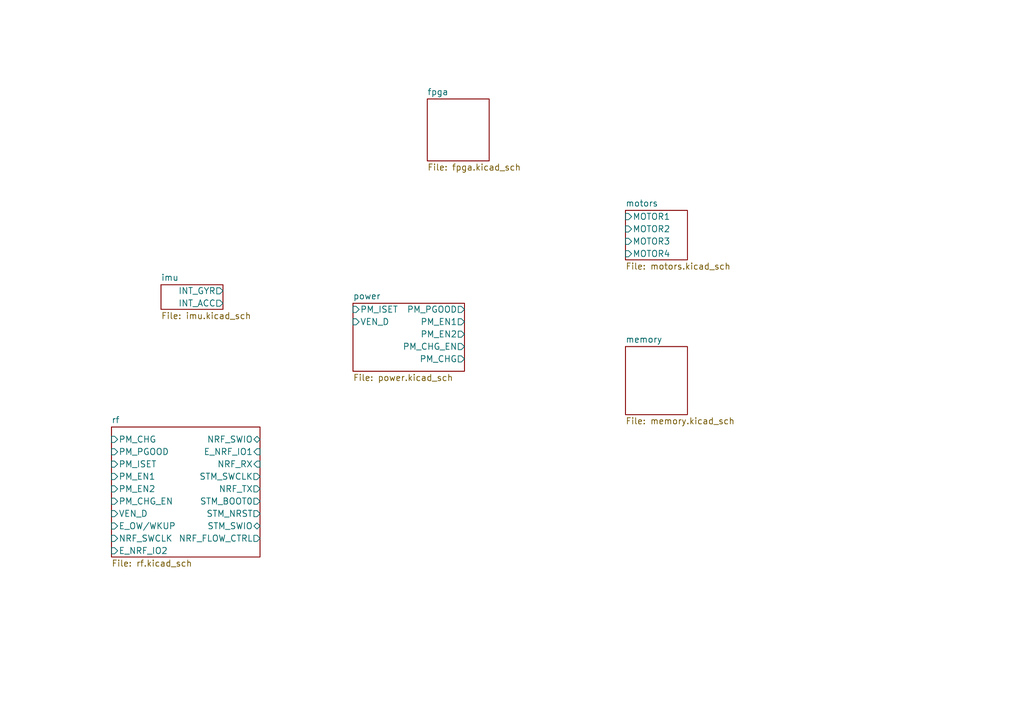
<source format=kicad_sch>
(kicad_sch (version 20230121) (generator eeschema)

  (uuid d34d8324-c983-4098-8d7e-5c2fbd34794d)

  (paper "A5")

  (title_block
    (title "Drone")
  )

  (lib_symbols
  )


  (sheet (at 128.27 43.18) (size 12.7 10.16) (fields_autoplaced)
    (stroke (width 0.1524) (type solid))
    (fill (color 0 0 0 0.0000))
    (uuid 3a965de9-a8eb-46d2-baf1-071b0ab3526c)
    (property "Sheetname" "motors" (at 128.27 42.4684 0)
      (effects (font (size 1.27 1.27)) (justify left bottom))
    )
    (property "Sheetfile" "motors.kicad_sch" (at 128.27 53.9246 0)
      (effects (font (size 1.27 1.27)) (justify left top))
    )
    (pin "MOTOR3" input (at 128.27 49.53 180)
      (effects (font (size 1.27 1.27)) (justify left))
      (uuid cee7f0ab-5487-49cc-b24c-38b80c089e6c)
    )
    (pin "MOTOR2" input (at 128.27 46.99 180)
      (effects (font (size 1.27 1.27)) (justify left))
      (uuid 4eef8b83-8a1e-4b66-9ac3-e61a1cc4d856)
    )
    (pin "MOTOR1" input (at 128.27 44.45 180)
      (effects (font (size 1.27 1.27)) (justify left))
      (uuid 2789db18-da48-41b4-8cd0-0b9312f05557)
    )
    (pin "MOTOR4" input (at 128.27 52.07 180)
      (effects (font (size 1.27 1.27)) (justify left))
      (uuid 1c0a63ae-0b45-4796-99bf-4e08fa4ba9c7)
    )
    (instances
      (project "drone"
        (path "/d34d8324-c983-4098-8d7e-5c2fbd34794d" (page "3"))
      )
    )
  )

  (sheet (at 128.27 71.12) (size 12.7 13.97) (fields_autoplaced)
    (stroke (width 0.1524) (type solid))
    (fill (color 0 0 0 0.0000))
    (uuid 4100cf90-4d91-4a61-8724-d501936d5e21)
    (property "Sheetname" "memory" (at 128.27 70.4084 0)
      (effects (font (size 1.27 1.27)) (justify left bottom))
    )
    (property "Sheetfile" "memory.kicad_sch" (at 128.27 85.6746 0)
      (effects (font (size 1.27 1.27)) (justify left top))
    )
    (instances
      (project "drone"
        (path "/d34d8324-c983-4098-8d7e-5c2fbd34794d" (page "7"))
      )
    )
  )

  (sheet (at 87.63 20.32) (size 12.7 12.7) (fields_autoplaced)
    (stroke (width 0.1524) (type solid))
    (fill (color 0 0 0 0.0000))
    (uuid 41f449fb-b4c2-4d53-966f-b49577e16db6)
    (property "Sheetname" "fpga" (at 87.63 19.6084 0)
      (effects (font (size 1.27 1.27)) (justify left bottom))
    )
    (property "Sheetfile" "fpga.kicad_sch" (at 87.63 33.6046 0)
      (effects (font (size 1.27 1.27)) (justify left top))
    )
    (instances
      (project "drone"
        (path "/d34d8324-c983-4098-8d7e-5c2fbd34794d" (page "6"))
      )
    )
  )

  (sheet (at 33.02 58.42) (size 12.7 5.08) (fields_autoplaced)
    (stroke (width 0.1524) (type solid))
    (fill (color 0 0 0 0.0000))
    (uuid f15c5f25-9d1e-45fb-9072-66f0c0192516)
    (property "Sheetname" "imu" (at 33.02 57.7084 0)
      (effects (font (size 1.27 1.27)) (justify left bottom))
    )
    (property "Sheetfile" "imu.kicad_sch" (at 33.02 64.0846 0)
      (effects (font (size 1.27 1.27)) (justify left top))
    )
    (pin "INT_GYR" output (at 45.72 59.69 0)
      (effects (font (size 1.27 1.27)) (justify right))
      (uuid 6cb2b8c3-4c65-4ef0-a175-2c5094ef74f1)
    )
    (pin "INT_ACC" output (at 45.72 62.23 0)
      (effects (font (size 1.27 1.27)) (justify right))
      (uuid 3ba1ad99-d840-4f10-b53a-e240aedd0b89)
    )
    (instances
      (project "drone"
        (path "/d34d8324-c983-4098-8d7e-5c2fbd34794d" (page "2"))
      )
    )
  )

  (sheet (at 22.86 87.63) (size 30.48 26.67) (fields_autoplaced)
    (stroke (width 0.1524) (type solid))
    (fill (color 0 0 0 0.0000))
    (uuid f28f173a-9107-48bb-9ddd-00e0181e81f8)
    (property "Sheetname" "rf" (at 22.86 86.9184 0)
      (effects (font (size 1.27 1.27)) (justify left bottom))
    )
    (property "Sheetfile" "rf.kicad_sch" (at 22.86 114.8846 0)
      (effects (font (size 1.27 1.27)) (justify left top))
    )
    (pin "PM_CHG" input (at 22.86 90.17 180)
      (effects (font (size 1.27 1.27)) (justify left))
      (uuid 1f956187-d5d6-466c-8e3f-1e1420ae050b)
    )
    (pin "PM_PGOOD" input (at 22.86 92.71 180)
      (effects (font (size 1.27 1.27)) (justify left))
      (uuid 3cc51b24-0f07-44a6-80df-c0c41a1a1420)
    )
    (pin "PM_ISET" input (at 22.86 95.25 180)
      (effects (font (size 1.27 1.27)) (justify left))
      (uuid dcb4d002-809c-4006-9bab-a9c9949c5bcf)
    )
    (pin "PM_EN1" input (at 22.86 97.79 180)
      (effects (font (size 1.27 1.27)) (justify left))
      (uuid 03564f52-4f15-40a1-bae7-6d6f889877cb)
    )
    (pin "PM_EN2" input (at 22.86 100.33 180)
      (effects (font (size 1.27 1.27)) (justify left))
      (uuid 53c2169a-e01a-453b-8cc3-d5ce84b7f9b6)
    )
    (pin "PM_CHG_EN" input (at 22.86 102.87 180)
      (effects (font (size 1.27 1.27)) (justify left))
      (uuid ff829b0c-9e94-4d9f-9efd-a569a37d3f5d)
    )
    (pin "VEN_D" input (at 22.86 105.41 180)
      (effects (font (size 1.27 1.27)) (justify left))
      (uuid 585aafc9-7fef-41ea-92e8-43e1fb30d98c)
    )
    (pin "E_OW{slash}WKUP" input (at 22.86 107.95 180)
      (effects (font (size 1.27 1.27)) (justify left))
      (uuid f3894ec1-6c13-457c-bf4c-9f1c76874ce2)
    )
    (pin "NRF_SWCLK" input (at 22.86 110.49 180)
      (effects (font (size 1.27 1.27)) (justify left))
      (uuid 4259683e-c648-4515-9ded-b6469d836ee8)
    )
    (pin "E_NRF_IO2" input (at 22.86 113.03 180)
      (effects (font (size 1.27 1.27)) (justify left))
      (uuid c881ee84-b148-4e3d-80e5-b84cdd5ef67f)
    )
    (pin "NRF_FLOW_CTRL" output (at 53.34 110.49 0)
      (effects (font (size 1.27 1.27)) (justify right))
      (uuid 0dfefad7-eb7a-4799-a81d-54f6903cee96)
    )
    (pin "NRF_SWIO" tri_state (at 53.34 90.17 0)
      (effects (font (size 1.27 1.27)) (justify right))
      (uuid 921bc304-b9a1-4ec5-ae6c-4301adde9fbd)
    )
    (pin "E_NRF_IO1" input (at 53.34 92.71 0)
      (effects (font (size 1.27 1.27)) (justify right))
      (uuid f174c0cf-93bd-480e-a8bc-494938b6e0a2)
    )
    (pin "NRF_RX" input (at 53.34 95.25 0)
      (effects (font (size 1.27 1.27)) (justify right))
      (uuid 1a435bb5-baba-472d-bec3-6cefcc97d217)
    )
    (pin "STM_SWCLK" output (at 53.34 97.79 0)
      (effects (font (size 1.27 1.27)) (justify right))
      (uuid 0dc84928-9193-44c3-b20a-3424a79fc94a)
    )
    (pin "NRF_TX" output (at 53.34 100.33 0)
      (effects (font (size 1.27 1.27)) (justify right))
      (uuid b8b9d0d3-aaf9-4e6d-a1f8-5cc43f6758cc)
    )
    (pin "STM_BOOT0" output (at 53.34 102.87 0)
      (effects (font (size 1.27 1.27)) (justify right))
      (uuid 42ff4e4d-ea64-4eca-bd71-6dc7335b4618)
    )
    (pin "STM_NRST" output (at 53.34 105.41 0)
      (effects (font (size 1.27 1.27)) (justify right))
      (uuid 5cd38b66-1ecf-4e70-9b3a-722a1369b9f9)
    )
    (pin "STM_SWIO" tri_state (at 53.34 107.95 0)
      (effects (font (size 1.27 1.27)) (justify right))
      (uuid 43b3c123-7eaf-4172-8d6c-0c2ceeae3bcf)
    )
    (instances
      (project "drone"
        (path "/d34d8324-c983-4098-8d7e-5c2fbd34794d" (page "4"))
      )
    )
  )

  (sheet (at 72.39 62.23) (size 22.86 13.97) (fields_autoplaced)
    (stroke (width 0.1524) (type solid))
    (fill (color 0 0 0 0.0000))
    (uuid f990703e-099d-439c-9e1d-875871db40e1)
    (property "Sheetname" "power" (at 72.39 61.5184 0)
      (effects (font (size 1.27 1.27)) (justify left bottom))
    )
    (property "Sheetfile" "power.kicad_sch" (at 72.39 76.7846 0)
      (effects (font (size 1.27 1.27)) (justify left top))
    )
    (pin "PM_EN1" output (at 95.25 66.04 0)
      (effects (font (size 1.27 1.27)) (justify right))
      (uuid 11a282f0-e8e4-46d2-87ac-79da78940eba)
    )
    (pin "PM_CHG_EN" output (at 95.25 71.12 0)
      (effects (font (size 1.27 1.27)) (justify right))
      (uuid eda05855-c2bf-4b78-9f8c-99f245a2c206)
    )
    (pin "PM_EN2" output (at 95.25 68.58 0)
      (effects (font (size 1.27 1.27)) (justify right))
      (uuid d341461c-00e2-4055-939a-154f7d408fc6)
    )
    (pin "PM_CHG" output (at 95.25 73.66 0)
      (effects (font (size 1.27 1.27)) (justify right))
      (uuid 76e78a7e-b41b-4682-a483-ec5f9ea51437)
    )
    (pin "PM_PGOOD" output (at 95.25 63.5 0)
      (effects (font (size 1.27 1.27)) (justify right))
      (uuid d2aa0919-d15a-4bd6-a0de-2edadea1e3aa)
    )
    (pin "PM_ISET" input (at 72.39 63.5 180)
      (effects (font (size 1.27 1.27)) (justify left))
      (uuid 6fec0a6a-b2b8-41ce-a8bb-6d44b3fa2fc3)
    )
    (pin "VEN_D" input (at 72.39 66.04 180)
      (effects (font (size 1.27 1.27)) (justify left))
      (uuid 66c68419-eb63-4c85-8c4a-4cabb28f2c6b)
    )
    (instances
      (project "drone"
        (path "/d34d8324-c983-4098-8d7e-5c2fbd34794d" (page "5"))
      )
    )
  )

  (sheet_instances
    (path "/" (page "1"))
  )
)

</source>
